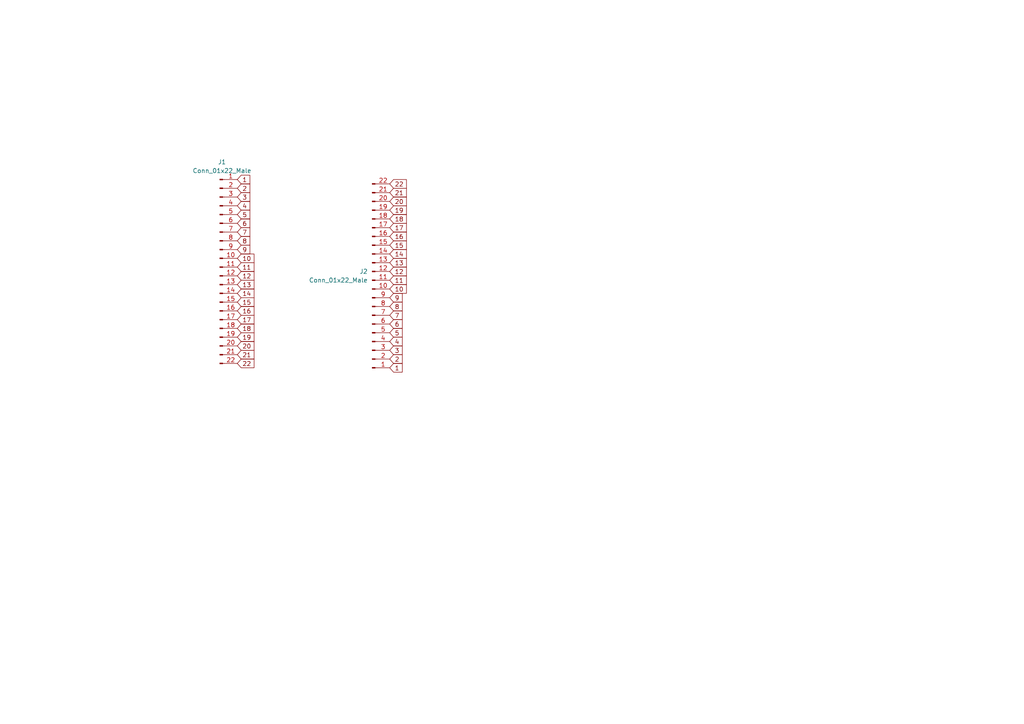
<source format=kicad_sch>
(kicad_sch (version 20230121) (generator eeschema)
  (paper "A4")
  (lib_symbols
    (symbol "Connector:Conn_01x22_Male" (pin_names (offset 1.016) hide)
      (property "Reference" "J" (at 0 27.94 0))
      (property "Value" "Conn_01x22_Male" (at 0 -30.48 0))
      (symbol "Conn_01x22_Male_1_1"
        (polyline (pts (xy 1.27 -27.94) (xy 0.8636 -27.94)) (stroke (width 0.1524)))
        (polyline (pts (xy 1.27 -25.4) (xy 0.8636 -25.4)) (stroke (width 0.1524)))
        (polyline (pts (xy 1.27 -22.86) (xy 0.8636 -22.86)) (stroke (width 0.1524)))
        (polyline (pts (xy 1.27 -20.32) (xy 0.8636 -20.32)) (stroke (width 0.1524)))
        (polyline (pts (xy 1.27 -17.78) (xy 0.8636 -17.78)) (stroke (width 0.1524)))
        (polyline (pts (xy 1.27 -15.24) (xy 0.8636 -15.24)) (stroke (width 0.1524)))
        (polyline (pts (xy 1.27 -12.7) (xy 0.8636 -12.7)) (stroke (width 0.1524)))
        (polyline (pts (xy 1.27 -10.16) (xy 0.8636 -10.16)) (stroke (width 0.1524)))
        (polyline (pts (xy 1.27 -7.62) (xy 0.8636 -7.62)) (stroke (width 0.1524)))
        (polyline (pts (xy 1.27 -5.08) (xy 0.8636 -5.08)) (stroke (width 0.1524)))
        (polyline (pts (xy 1.27 -2.54) (xy 0.8636 -2.54)) (stroke (width 0.1524)))
        (polyline (pts (xy 1.27 0) (xy 0.8636 0)) (stroke (width 0.1524)))
        (polyline (pts (xy 1.27 2.54) (xy 0.8636 2.54)) (stroke (width 0.1524)))
        (polyline (pts (xy 1.27 5.08) (xy 0.8636 5.08)) (stroke (width 0.1524)))
        (polyline (pts (xy 1.27 7.62) (xy 0.8636 7.62)) (stroke (width 0.1524)))
        (polyline (pts (xy 1.27 10.16) (xy 0.8636 10.16)) (stroke (width 0.1524)))
        (polyline (pts (xy 1.27 12.7) (xy 0.8636 12.7)) (stroke (width 0.1524)))
        (polyline (pts (xy 1.27 15.24) (xy 0.8636 15.24)) (stroke (width 0.1524)))
        (polyline (pts (xy 1.27 17.78) (xy 0.8636 17.78)) (stroke (width 0.1524)))
        (polyline (pts (xy 1.27 20.32) (xy 0.8636 20.32)) (stroke (width 0.1524)))
        (polyline (pts (xy 1.27 22.86) (xy 0.8636 22.86)) (stroke (width 0.1524)))
        (polyline (pts (xy 1.27 25.4) (xy 0.8636 25.4)) (stroke (width 0.1524)))
        (rectangle (start 0.8636 -27.813) (end 0 -28.067) (stroke (width 0.1524)) (fill (type outline)))
        (rectangle (start 0.8636 -25.273) (end 0 -25.527) (stroke (width 0.1524)) (fill (type outline)))
        (rectangle (start 0.8636 -22.733) (end 0 -22.987) (stroke (width 0.1524)) (fill (type outline)))
        (rectangle (start 0.8636 -20.193) (end 0 -20.447) (stroke (width 0.1524)) (fill (type outline)))
        (rectangle (start 0.8636 -17.653) (end 0 -17.907) (stroke (width 0.1524)) (fill (type outline)))
        (rectangle (start 0.8636 -15.113) (end 0 -15.367) (stroke (width 0.1524)) (fill (type outline)))
        (rectangle (start 0.8636 -12.573) (end 0 -12.827) (stroke (width 0.1524)) (fill (type outline)))
        (rectangle (start 0.8636 -10.033) (end 0 -10.287) (stroke (width 0.1524)) (fill (type outline)))
        (rectangle (start 0.8636 -7.493) (end 0 -7.747) (stroke (width 0.1524)) (fill (type outline)))
        (rectangle (start 0.8636 -4.953) (end 0 -5.207) (stroke (width 0.1524)) (fill (type outline)))
        (rectangle (start 0.8636 -2.413) (end 0 -2.667) (stroke (width 0.1524)) (fill (type outline)))
        (rectangle (start 0.8636 0.127) (end 0 -0.127) (stroke (width 0.1524)) (fill (type outline)))
        (rectangle (start 0.8636 2.667) (end 0 2.413) (stroke (width 0.1524)) (fill (type outline)))
        (rectangle (start 0.8636 5.207) (end 0 4.953) (stroke (width 0.1524)) (fill (type outline)))
        (rectangle (start 0.8636 7.747) (end 0 7.493) (stroke (width 0.1524)) (fill (type outline)))
        (rectangle (start 0.8636 10.287) (end 0 10.033) (stroke (width 0.1524)) (fill (type outline)))
        (rectangle (start 0.8636 12.827) (end 0 12.573) (stroke (width 0.1524)) (fill (type outline)))
        (rectangle (start 0.8636 15.367) (end 0 15.113) (stroke (width 0.1524)) (fill (type outline)))
        (rectangle (start 0.8636 17.907) (end 0 17.653) (stroke (width 0.1524)) (fill (type outline)))
        (rectangle (start 0.8636 20.447) (end 0 20.193) (stroke (width 0.1524)) (fill (type outline)))
        (rectangle (start 0.8636 22.987) (end 0 22.733) (stroke (width 0.1524)) (fill (type outline)))
        (rectangle (start 0.8636 25.527) (end 0 25.273) (stroke (width 0.1524)) (fill (type outline)))
        (pin passive line (at 5.08 25.4 180) (length 3.81) (name "Pin_1") (number "1"))
        (pin passive line (at 5.08 2.54 180) (length 3.81) (name "Pin_10") (number "10"))
        (pin passive line (at 5.08 0 180) (length 3.81) (name "Pin_11") (number "11"))
        (pin passive line (at 5.08 -2.54 180) (length 3.81) (name "Pin_12") (number "12"))
        (pin passive line (at 5.08 -5.08 180) (length 3.81) (name "Pin_13") (number "13"))
        (pin passive line (at 5.08 -7.62 180) (length 3.81) (name "Pin_14") (number "14"))
        (pin passive line (at 5.08 -10.16 180) (length 3.81) (name "Pin_15") (number "15"))
        (pin passive line (at 5.08 -12.7 180) (length 3.81) (name "Pin_16") (number "16"))
        (pin passive line (at 5.08 -15.24 180) (length 3.81) (name "Pin_17") (number "17"))
        (pin passive line (at 5.08 -17.78 180) (length 3.81) (name "Pin_18") (number "18"))
        (pin passive line (at 5.08 -20.32 180) (length 3.81) (name "Pin_19") (number "19"))
        (pin passive line (at 5.08 22.86 180) (length 3.81) (name "Pin_2") (number "2"))
        (pin passive line (at 5.08 -22.86 180) (length 3.81) (name "Pin_20") (number "20"))
        (pin passive line (at 5.08 -25.4 180) (length 3.81) (name "Pin_21") (number "21"))
        (pin passive line (at 5.08 -27.94 180) (length 3.81) (name "Pin_22") (number "22"))
        (pin passive line (at 5.08 20.32 180) (length 3.81) (name "Pin_3") (number "3"))
        (pin passive line (at 5.08 17.78 180) (length 3.81) (name "Pin_4") (number "4"))
        (pin passive line (at 5.08 15.24 180) (length 3.81) (name "Pin_5") (number "5"))
        (pin passive line (at 5.08 12.7 180) (length 3.81) (name "Pin_6") (number "6"))
        (pin passive line (at 5.08 10.16 180) (length 3.81) (name "Pin_7") (number "7"))
        (pin passive line (at 5.08 7.62 180) (length 3.81) (name "Pin_8") (number "8"))
        (pin passive line (at 5.08 5.08 180) (length 3.81) (name "Pin_9") (number "9"))
      )
    )
  )
  (global_label "22" (shape input) (at 68.834 105.41 0) (property "Intersheetrefs" "${INTERSHEET_REFS}" (effects hide)))
  (global_label "16" (shape input) (at 113.03 68.58 0) (property "Intersheetrefs" "${INTERSHEET_REFS}" (effects hide)))
  (global_label "21" (shape input) (at 113.03 55.88 0) (property "Intersheetrefs" "${INTERSHEET_REFS}" (effects hide)))
  (global_label "16" (shape input) (at 68.834 90.17 0) (property "Intersheetrefs" "${INTERSHEET_REFS}" (effects hide)))
  (global_label "19" (shape input) (at 68.834 97.79 0) (property "Intersheetrefs" "${INTERSHEET_REFS}" (effects hide)))
  (global_label "14" (shape input) (at 113.03 73.66 0) (property "Intersheetrefs" "${INTERSHEET_REFS}" (effects hide)))
  (global_label "2" (shape input) (at 113.03 104.14 0) (property "Intersheetrefs" "${INTERSHEET_REFS}" (effects hide)))
  (global_label "13" (shape input) (at 68.834 82.55 0) (property "Intersheetrefs" "${INTERSHEET_REFS}" (effects hide)))
  (global_label "8" (shape input) (at 68.834 69.85 0) (property "Intersheetrefs" "${INTERSHEET_REFS}" (effects hide)))
  (global_label "6" (shape input) (at 68.834 64.77 0) (property "Intersheetrefs" "${INTERSHEET_REFS}" (effects hide)))
  (global_label "8" (shape input) (at 113.03 88.9 0) (property "Intersheetrefs" "${INTERSHEET_REFS}" (effects hide)))
  (global_label "17" (shape input) (at 113.03 66.04 0) (property "Intersheetrefs" "${INTERSHEET_REFS}" (effects hide)))
  (global_label "5" (shape input) (at 113.03 96.52 0) (property "Intersheetrefs" "${INTERSHEET_REFS}" (effects hide)))
  (global_label "15" (shape input) (at 68.834 87.63 0) (property "Intersheetrefs" "${INTERSHEET_REFS}" (effects hide)))
  (global_label "20" (shape input) (at 68.834 100.33 0) (property "Intersheetrefs" "${INTERSHEET_REFS}" (effects hide)))
  (global_label "4" (shape input) (at 113.03 99.06 0) (property "Intersheetrefs" "${INTERSHEET_REFS}" (effects hide)))
  (global_label "2" (shape input) (at 68.834 54.61 0) (property "Intersheetrefs" "${INTERSHEET_REFS}" (effects hide)))
  (global_label "11" (shape input) (at 68.834 77.47 0) (property "Intersheetrefs" "${INTERSHEET_REFS}" (effects hide)))
  (global_label "15" (shape input) (at 113.03 71.12 0) (property "Intersheetrefs" "${INTERSHEET_REFS}" (effects hide)))
  (global_label "11" (shape input) (at 113.03 81.28 0) (property "Intersheetrefs" "${INTERSHEET_REFS}" (effects hide)))
  (global_label "20" (shape input) (at 113.03 58.42 0) (property "Intersheetrefs" "${INTERSHEET_REFS}" (effects hide)))
  (global_label "12" (shape input) (at 113.03 78.74 0) (property "Intersheetrefs" "${INTERSHEET_REFS}" (effects hide)))
  (global_label "4" (shape input) (at 68.834 59.69 0) (property "Intersheetrefs" "${INTERSHEET_REFS}" (effects hide)))
  (global_label "10" (shape input) (at 68.834 74.93 0) (property "Intersheetrefs" "${INTERSHEET_REFS}" (effects hide)))
  (global_label "10" (shape input) (at 113.03 83.82 0) (property "Intersheetrefs" "${INTERSHEET_REFS}" (effects hide)))
  (global_label "18" (shape input) (at 68.834 95.25 0) (property "Intersheetrefs" "${INTERSHEET_REFS}" (effects hide)))
  (global_label "7" (shape input) (at 113.03 91.44 0) (property "Intersheetrefs" "${INTERSHEET_REFS}" (effects hide)))
  (global_label "6" (shape input) (at 113.03 93.98 0) (property "Intersheetrefs" "${INTERSHEET_REFS}" (effects hide)))
  (global_label "14" (shape input) (at 68.834 85.09 0) (property "Intersheetrefs" "${INTERSHEET_REFS}" (effects hide)))
  (global_label "1" (shape input) (at 68.834 52.07 0) (property "Intersheetrefs" "${INTERSHEET_REFS}" (effects hide)))
  (global_label "3" (shape input) (at 68.834 57.15 0) (property "Intersheetrefs" "${INTERSHEET_REFS}" (effects hide)))
  (global_label "21" (shape input) (at 68.834 102.87 0) (property "Intersheetrefs" "${INTERSHEET_REFS}" (effects hide)))
  (global_label "5" (shape input) (at 68.834 62.23 0) (property "Intersheetrefs" "${INTERSHEET_REFS}" (effects hide)))
  (global_label "9" (shape input) (at 113.03 86.36 0) (property "Intersheetrefs" "${INTERSHEET_REFS}" (effects hide)))
  (global_label "18" (shape input) (at 113.03 63.5 0) (property "Intersheetrefs" "${INTERSHEET_REFS}" (effects hide)))
  (global_label "7" (shape input) (at 68.834 67.31 0) (property "Intersheetrefs" "${INTERSHEET_REFS}" (effects hide)))
  (global_label "13" (shape input) (at 113.03 76.2 0) (property "Intersheetrefs" "${INTERSHEET_REFS}" (effects hide)))
  (global_label "17" (shape input) (at 68.834 92.71 0) (property "Intersheetrefs" "${INTERSHEET_REFS}" (effects hide)))
  (global_label "1" (shape input) (at 113.03 106.68 0) (property "Intersheetrefs" "${INTERSHEET_REFS}" (effects hide)))
  (global_label "3" (shape input) (at 113.03 101.6 0) (property "Intersheetrefs" "${INTERSHEET_REFS}" (effects hide)))
  (global_label "9" (shape input) (at 68.834 72.39 0) (property "Intersheetrefs" "${INTERSHEET_REFS}" (effects hide)))
  (global_label "19" (shape input) (at 113.03 60.96 0) (property "Intersheetrefs" "${INTERSHEET_REFS}" (effects hide)))
  (global_label "12" (shape input) (at 68.834 80.01 0) (property "Intersheetrefs" "${INTERSHEET_REFS}" (effects hide)))
  (global_label "22" (shape input) (at 113.03 53.34 0) (property "Intersheetrefs" "${INTERSHEET_REFS}" (effects hide)))
  (symbol (lib_id "Connector:Conn_01x22_Male") (at 63.754 77.47 0) (unit 1)
    (property "Reference" "J1" (at 64.389 46.99 0))
    (property "Value" "Conn_01x22_Male" (at 64.389 49.53 0))
    (property "Footprint" "STS_connector:flex_con_edu" (effects hide))
  )
  (symbol (lib_id "Connector:Conn_01x22_Male") (at 107.95 81.28 0) (mirror x) (unit 1)
    (property "Reference" "J2" (at 106.68 78.7399 0) (effects (justify right)))
    (property "Value" "Conn_01x22_Male" (at 106.68 81.2799 0) (effects (justify right)))
    (property "Footprint" "STS_connector:flex_con_edu" (effects hide))
  )
)
</source>
